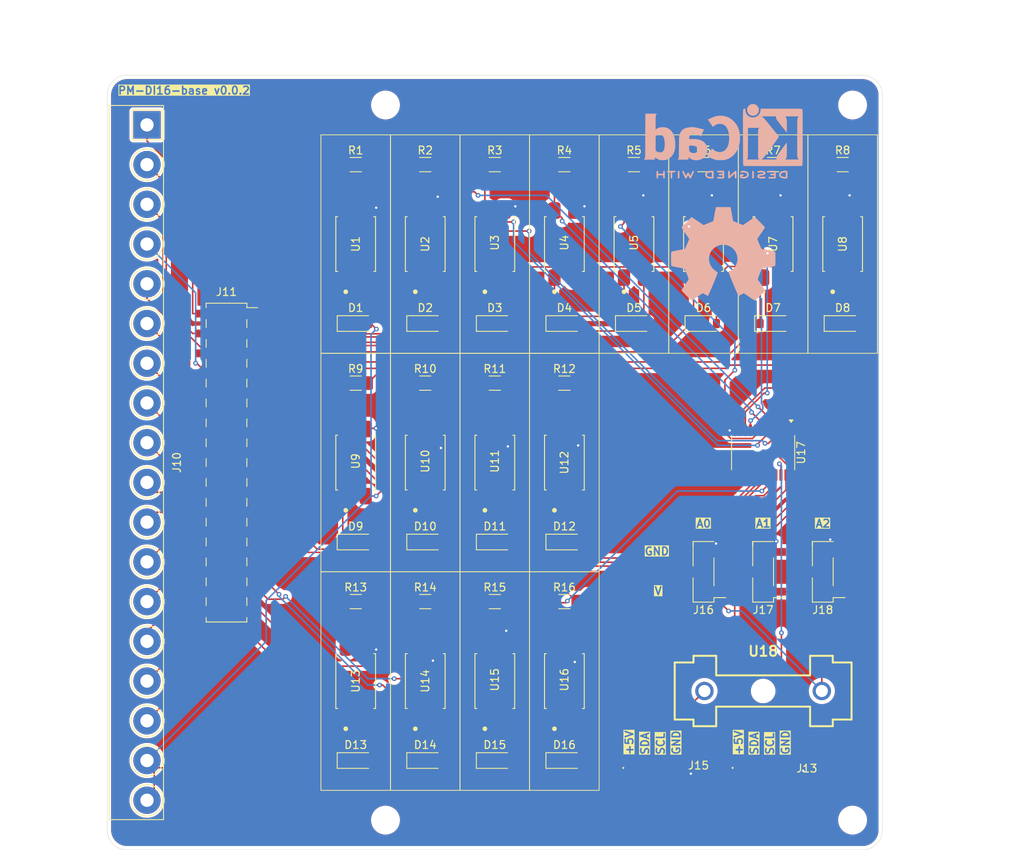
<source format=kicad_pcb>
(kicad_pcb (version 20240108) (generator "pcbnew") (generator_version "8.0")
  (layers (0 "F.Cu" signal) (31 "B.Cu" signal) (34 "B.Paste" user) (35 "F.Paste" user) (36 "B.SilkS" user "B.Silkscreen") (37 "F.SilkS" user "F.Silkscreen") (38 "B.Mask" user) (39 "F.Mask" user) (44 "Edge.Cuts" user))
  (net 0 "")
  (net 1 "GND")
  (net 2 "/M")
  (net 3 "VDD")
  (net 4 "/A0")
  (net 5 "/A1")
  (net 6 "/A2")
  (net 7 "Net-(U17-IO0_0)")
  (net 8 "Net-(U17-IO0_1)")
  (net 9 "Net-(U17-IO0_2)")
  (net 10 "Net-(U17-IO0_3)")
  (net 11 "Net-(U17-IO0_4)")
  (net 12 "Net-(U17-IO0_5)")
  (net 13 "Net-(U17-IO0_6)")
  (net 14 "Net-(U17-IO0_7)")
  (net 15 "Net-(U17-IO1_0)")
  (net 16 "Net-(U17-IO1_1)")
  (net 17 "Net-(U17-IO1_2)")
  (net 18 "Net-(U17-IO1_3)")
  (net 19 "Net-(U17-IO1_4)")
  (net 20 "Net-(U17-IO1_5)")
  (net 21 "Net-(U17-IO1_6)")
  (net 22 "Net-(U17-IO1_7)")
  (net 23 "/SCL")
  (net 25 "/SDA")
  (net 26 "Net-(D1-K)")
  (net 27 "Net-(D2-K)")
  (net 28 "Net-(D3-K)")
  (net 29 "Net-(D4-K)")
  (net 30 "Net-(D5-K)")
  (net 31 "Net-(D6-K)")
  (net 32 "Net-(D7-K)")
  (net 33 "Net-(D8-K)")
  (net 34 "Net-(D9-K)")
  (net 35 "Net-(D10-K)")
  (net 36 "Net-(D11-K)")
  (net 37 "Net-(D12-K)")
  (net 38 "Net-(D13-K)")
  (net 39 "Net-(D14-K)")
  (net 40 "Net-(D15-K)")
  (net 41 "Net-(D16-K)")
  (net 42 "Net-(J10-Pin_8)")
  (net 43 "Net-(J10-Pin_1)")
  (net 44 "Net-(J10-Pin_3)")
  (net 45 "Net-(J10-Pin_13)")
  (net 46 "Net-(J10-Pin_2)")
  (net 47 "Net-(J10-Pin_6)")
  (net 48 "Net-(J10-Pin_4)")
  (net 49 "Net-(J10-Pin_16)")
  (net 50 "Net-(J10-Pin_10)")
  (net 51 "Net-(J10-Pin_7)")
  (net 52 "Net-(J10-Pin_12)")
  (net 53 "Net-(J10-Pin_9)")
  (net 54 "Net-(J10-Pin_11)")
  (net 55 "Net-(J10-Pin_5)")
  (net 56 "Net-(J10-Pin_15)")
  (net 57 "Net-(J10-Pin_14)")
  (net 58 "Net-(J13-Pad1)")
  (footprint "Connector_PinHeader_2.54mm:PinHeader_1x03_P2.54mm_Vertical_SMD_Pin1Left" (layer "F.Cu") (at 177.8 114.3 180)
    (property "Reference" "J16")
    (property "Value" "Conn_01x03")
  )
  (footprint "Diode_SMD:D_SOD-123" (layer "F.Cu") (at 160.02 110.49)
    (property "Reference" "D12")
    (property "Value" "1N4148W")
  )
  (footprint "NextPCB:JST_S4B-PH-SM4-TB_JST_S4B-PH-SM4-TB" (layer "F.Cu") (at 185.42 140.97 180)
    (property "Reference" "J13")
    (property "Value" "S4B-PH-SM4-TB")
  )
  (footprint "NextPCB:PC817XI_SOIC254P975X460-4N" (layer "F.Cu") (at 133.35 128.27 90)
    (property "Reference" "U13")
    (property "Value" "PC817")
  )
  (footprint "Package_SO:TSSOP-24_4.4x7.8mm_P0.65mm" (layer "F.Cu") (at 185.42 99.06 -90)
    (property "Reference" "U17")
    (property "Value" "PCA9555PW")
  )
  (footprint "Diode_SMD:D_SOD-123" (layer "F.Cu") (at 151.13 138.43)
    (property "Reference" "D15")
    (property "Value" "1N4148W")
  )
  (footprint "Resistor_SMD:R_1206_3216Metric_Pad1.30x1.75mm_HandSolder" (layer "F.Cu") (at 151.13 90.17)
    (property "Reference" "R11")
    (property "Value" "10k 0.25W")
  )
  (footprint "Diode_SMD:D_SOD-123" (layer "F.Cu") (at 151.13 110.49)
    (property "Reference" "D11")
    (property "Value" "1N4148W")
  )
  (footprint "Diode_SMD:D_SOD-123" (layer "F.Cu") (at 142.24 138.43)
    (property "Reference" "D14")
    (property "Value" "1N4148W")
  )
  (footprint "Diode_SMD:D_SOD-123" (layer "F.Cu") (at 195.58 82.55)
    (property "Reference" "D8")
    (property "Value" "1N4148W")
  )
  (footprint "NextPCB:PC817XI_SOIC254P975X460-4N" (layer "F.Cu") (at 168.91 72.39 90)
    (property "Reference" "U5")
    (property "Value" "PC817")
  )
  (footprint "Resistor_SMD:R_1206_3216Metric_Pad1.30x1.75mm_HandSolder" (layer "F.Cu") (at 151.13 62.23)
    (property "Reference" "R3")
    (property "Value" "10k 0.25W")
  )
  (footprint "MountingHole:MountingHole_3.2mm_M3" (layer "F.Cu") (at 196.85 54.61)
    (property "Reference" "H2" (hide yes))
    (property "Value" "MountingHole" (hide yes))
  )
  (footprint "Resistor_SMD:R_1206_3216Metric_Pad1.30x1.75mm_HandSolder" (layer "F.Cu") (at 133.35 62.23)
    (property "Reference" "R1")
    (property "Value" "10k 0.25W")
  )
  (footprint "Diode_SMD:D_SOD-123" (layer "F.Cu") (at 142.24 110.49)
    (property "Reference" "D10")
    (property "Value" "1N4148W")
  )
  (footprint "NextPCB:PC817XI_SOIC254P975X460-4N" (layer "F.Cu") (at 160.02 72.39 90)
    (property "Reference" "U4")
    (property "Value" "PC817")
  )
  (footprint "Diode_SMD:D_SOD-123" (layer "F.Cu") (at 186.69 82.55)
    (property "Reference" "D7")
    (property "Value" "1N4148W")
  )
  (footprint "NextPCB:PC817XI_SOIC254P975X460-4N" (layer "F.Cu") (at 160.02 128.27 90)
    (property "Reference" "U16")
    (property "Value" "PC817")
  )
  (footprint "Diode_SMD:D_SOD-123" (layer "F.Cu") (at 133.35 82.55)
    (property "Reference" "D1")
    (property "Value" "1N4148W")
  )
  (footprint "NextPCB:Fuseholder" (layer "F.Cu") (at 185.42 129.54 180)
    (property "Reference" "U18")
    (property "Value" "64900001039" (hide yes))
  )
  (footprint "Resistor_SMD:R_1206_3216Metric_Pad1.30x1.75mm_HandSolder" (layer "F.Cu") (at 142.24 62.23)
    (property "Reference" "R2")
    (property "Value" "10k 0.25W")
  )
  (footprint "Resistor_SMD:R_1206_3216Metric_Pad1.30x1.75mm_HandSolder" (layer "F.Cu") (at 151.13 118.11)
    (property "Reference" "R15")
    (property "Value" "10k 0.25W")
  )
  (footprint "Diode_SMD:D_SOD-123" (layer "F.Cu") (at 133.35 138.43)
    (property "Reference" "D13")
    (property "Value" "1N4148W")
  )
  (footprint "NextPCB:PC817XI_SOIC254P975X460-4N" (layer "F.Cu") (at 142.24 128.27 90)
    (property "Reference" "U14")
    (property "Value" "PC817")
  )
  (footprint "NextPCB:PC817XI_SOIC254P975X460-4N" (layer "F.Cu") (at 186.69 72.39 90)
    (property "Reference" "U7")
    (property "Value" "PC817")
  )
  (footprint "NextPCB:PC817XI_SOIC254P975X460-4N" (layer "F.Cu") (at 142.24 100.33 90)
    (property "Reference" "U10")
    (property "Value" "PC817")
  )
  (footprint "Resistor_SMD:R_1206_3216Metric_Pad1.30x1.75mm_HandSolder" (layer "F.Cu") (at 160.02 90.17)
    (property "Reference" "R12")
    (property "Value" "10k 0.25W")
  )
  (footprint "NextPCB:JST_S4B-PH-SM4-TB_JST_S4B-PH-SM4-TB" (layer "F.Cu") (at 171.45 140.97 180)
    (property "Reference" "J15")
    (property "Value" "S4B-PH-SM4-TB")
  )
  (footprint "Connector_PinHeader_2.54mm:PinHeader_1x03_P2.54mm_Vertical_SMD_Pin1Left" (layer "F.Cu") (at 185.42 114.3 180)
    (property "Reference" "J17")
    (property "Value" "Conn_01x03")
  )
  (footprint "MountingHole:MountingHole_3.2mm_M3" (layer "F.Cu") (at 137.16 54.61)
    (property "Reference" "H1" (hide yes))
    (property "Value" "MountingHole" (hide yes))
  )
  (footprint "MountingHole:MountingHole_3.2mm_M3" (layer "F.Cu") (at 196.85 146.05)
    (property "Reference" "H3" (hide yes))
    (property "Value" "MountingHole" (hide yes))
  )
  (footprint "NextPCB:PC817XI_SOIC254P975X460-4N" (layer "F.Cu") (at 151.13 128.27 90)
    (property "Reference" "U15")
    (property "Value" "PC817")
  )
  (footprint "NextPCB:PC817XI_SOIC254P975X460-4N" (layer "F.Cu") (at 151.13 100.33 90)
    (property "Reference" "U11")
    (property "Value" "PC817")
  )
  (footprint "Diode_SMD:D_SOD-123" (layer "F.Cu") (at 160.02 82.55)
    (property "Reference" "D4")
    (property "Value" "1N4148W")
  )
  (footprint "Resistor_SMD:R_1206_3216Metric_Pad1.30x1.75mm_HandSolder" (layer "F.Cu") (at 168.91 62.23)
    (property "Reference" "R5")
    (property "Value" "10k 0.25W")
  )
  (footprint "NextPCB:PC817XI_SOIC254P975X460-4N" (layer "F.Cu") (at 133.35 72.39 90)
    (property "Reference" "U1")
    (property "Value" "PC817")
  )
  (footprint "Diode_SMD:D_SOD-123" (layer "F.Cu") (at 177.8 82.55)
    (property "Reference" "D6")
    (property "Value" "1N4148W")
  )
  (footprint "NextPCB:PC817XI_SOIC254P975X460-4N" (layer "F.Cu") (at 160.02 100.33 90)
    (property "Reference" "U12")
    (property "Value" "PC817")
  )
  (footprint "Resistor_SMD:R_1206_3216Metric_Pad1.30x1.75mm_HandSolder" (layer "F.Cu") (at 133.35 118.11)
    (property "Reference" "R13")
    (property "Value" "10k 0.25W")
  )
  (footprint "NextPCB:PC817XI_SOIC254P975X460-4N" (layer "F.Cu") (at 151.13 72.39 90)
    (property "Reference" "U3")
    (property "Value" "PC817")
  )
  (footprint "NextPCB:Degson_2EDGR-5.08-18P" (layer "F.Cu") (at 106.68 57.15 -90)
    (property "Reference" "J10")
    (property "Value" "2EDGR-5.08-18P")
  )
  (footprint "NextPCB:PC817XI_SOIC254P975X460-4N" (layer "F.Cu") (at 142.24 72.39 90)
    (property "Reference" "U2")
    (property "Value" "PC817")
  )
  (footprint "Resistor_SMD:R_1206_3216Metric_Pad1.30x1.75mm_HandSolder" (layer "F.Cu") (at 160.02 118.11)
    (property "Reference" "R16")
    (property "Value" "10k 0.25W")
  )
  (footprint "Connector_PinHeader_2.54mm:PinHeader_1x03_P2.54mm_Vertical_SMD_Pin1Left" (layer "F.Cu") (at 193.04 114.3 180)
    (property "Reference" "J18")
    (property "Value" "Conn_01x03")
  )
  (footprint "Resistor_SMD:R_1206_3216Metric_Pad1.30x1.75mm_HandSolder" (layer "F.Cu") (at 142.24 118.11)
    (property "Reference" "R14")
    (property "Value" "10k 0.25W")
  )
  (footprint "Resistor_SMD:R_1206_3216Metric_Pad1.30x1.75mm_HandSolder" (layer "F.Cu") (at 142.24 90.17)
    (property "Reference" "R10")
    (property "Value" "10k 0.25W")
  )
  (footprint "NextPCB:PC817XI_SOIC254P975X460-4N" (layer "F.Cu") (at 133.35 100.33 90)
    (property "Reference" "U9")
    (property "Value" "PC817")
  )
  (footprint "NextPCB:PC817XI_SOIC254P975X460-4N" (layer "F.Cu") (at 177.8 72.39 90)
    (property "Reference" "U6")
    (property "Value" "PC817")
  )
  (footprint "Resistor_SMD:R_1206_3216Metric_Pad1.30x1.75mm_HandSolder" (layer "F.Cu") (at 195.58 62.23)
    (property "Reference" "R8")
    (property "Value" "10k 0.25W")
  )
  (footprint "Diode_SMD:D_SOD-123" (layer "F.Cu") (at 168.91 82.55)
    (property "Reference" "D5")
    (property "Value" "1N4148W")
  )
  (footprint "MountingHole:MountingHole_3.2mm_M3" (layer "F.Cu") (at 137.16 146.05)
    (property "Reference" "H4" (hide yes))
    (property "Value" "MountingHole" (hide yes))
  )
  (footprint "Resistor_SMD:R_1206_3216Metric_Pad1.30x1.75mm_HandSolder" (layer "F.Cu") (at 177.8 62.23)
    (property "Reference" "R6")
    (property "Value" "10k 0.25W")
  )
  (footprint "Diode_SMD:D_SOD-123" (layer "F.Cu") (at 133.35 110.49)
    (property "Reference" "D9")
    (property "Value" "1N4148W")
  )
  (footprint "Resistor_SMD:R_1206_3216Metric_Pad1.30x1.75mm_HandSolder" (layer "F.Cu") (at 160.02 62.23)
    (property "Reference" "R4")
    (property "Value" "10k 0.25W")
  )
  (footprint "Resistor_SMD:R_1206_3216Metric_Pad1.30x1.75mm_HandSolder" (layer "F.Cu") (at 133.35 90.17)
    (property "Reference" "R9")
    (property "Value" "10k 0.25W")
  )
  (footprint "Diode_SMD:D_SOD-123" (layer "F.Cu") (at 151.13 82.55)
    (property "Reference" "D3")
    (property "Value" "1N4148W")
  )
  (footprint "Resistor_SMD:R_1206_3216Metric_Pad1.30x1.75mm_HandSolder" (layer "F.Cu") (at 186.69 62.23)
    (property "Reference" "R7")
    (property "Value" "10k 0.25W")
  )
  (footprint "Diode_SMD:D_SOD-123" (layer "F.Cu") (at 160.02 138.43)
    (property "Reference" "D16")
    (property "Value" "1N4148W")
  )
  (footprint "NextPCB:Conn_02x16_socket" (layer "F.Cu") (at 116.84 100.33)
    (property "Reference" "J11")
    (property "Value" "Conn_02x16_socket")
  )
  (footprint "NextPCB:PC817XI_SOIC254P975X460-4N" (layer "F.Cu") (at 195.58 72.39 90)
    (property "Reference" "U8")
    (property "Value" "PC817")
  )
  (footprint "Diode_SMD:D_SOD-123" (layer "F.Cu") (at 142.24 82.55)
    (property "Reference" "D2")
    (property "Value" "1N4148W")
  )
  (footprint "Symbol:OSHW-Symbol_13.4x12mm_SilkScreen" (layer "B.Cu") (at 180.34 73.66 180)
    (property "Reference" "logo_oshw" (hide yes))
    (property "Value" "OSHW-Symbol_13.4x12mm_SilkScreen" (hide yes))
  )
  (footprint "Symbol:KiCad-Logo2_8mm_SilkScreen" (layer "B.Cu") (at 180.34 58.42 180)
    (property "Reference" "logo_kicad" (hide yes))
    (property "Value" "KiCad-Logo2_8mm_SilkScreen" (hide yes))
  )
  (gr_rect (start 173.355 58.42) (end 182.245 86.36) (stroke (width 0.1)) (fill none) (layer "F.SilkS"))
  (gr_rect (start 128.905 86.36) (end 137.795 114.3) (stroke (width 0.1)) (fill none) (layer "F.SilkS"))
  (gr_rect (start 146.685 114.3) (end 155.575 142.24) (stroke (width 0.1)) (fill none) (layer "F.SilkS"))
  (gr_rect (start 146.685 58.42) (end 155.575 86.36) (stroke (width 0.1)) (fill none) (layer "F.SilkS"))
  (gr_rect (start 155.575 114.3) (end 164.465 142.24) (stroke (width 0.1)) (fill none) (layer "F.SilkS"))
  (gr_rect (start 191.135 58.42) (end 200.025 86.36) (stroke (width 0.1)) (fill none) (layer "F.SilkS"))
  (gr_rect (start 137.795 114.3) (end 146.685 142.24) (stroke (width 0.1)) (fill none) (layer "F.SilkS"))
  (gr_rect (start 128.905 114.3) (end 137.795 142.24) (stroke (width 0.1)) (fill none) (layer "F.SilkS"))
  (gr_rect (start 164.465 58.42) (end 173.355 86.36) (stroke (width 0.1)) (fill none) (layer "F.SilkS"))
  (gr_rect (start 128.905 58.42) (end 137.795 86.36) (stroke (width 0.1)) (fill none) (layer "F.SilkS"))
  (gr_rect (start 155.575 58.42) (end 164.465 86.36) (stroke (width 0.1)) (fill none) (layer "F.SilkS"))
  (gr_rect (start 137.795 86.36) (end 146.685 114.3) (stroke (width 0.1)) (fill none) (layer "F.SilkS"))
  (gr_rect (start 137.795 58.42) (end 146.685 86.36) (stroke (width 0.1)) (fill none) (layer "F.SilkS"))
  (gr_rect (start 182.245 58.42) (end 191.135 86.36) (stroke (width 0.1)) (fill none) (layer "F.SilkS"))
  (gr_rect (start 146.685 86.36) (end 155.575 114.3) (stroke (width 0.1)) (fill none) (layer "F.SilkS"))
  (gr_rect (start 155.575 86.36) (end 164.465 114.3) (stroke (width 0.1)) (fill none) (layer "F.SilkS"))
  (gr_arc (start 104.14 149.86) (mid 102.343949 149.116051) (end 101.6 147.32) (stroke (width 0.05)) (layer "Edge.Cuts"))
  (gr_arc (start 200.66 147.32) (mid 199.916051 149.116051) (end 198.12 149.86) (stroke (width 0.05)) (layer "Edge.Cuts"))
  (gr_arc (start 101.6 53.34) (mid 102.343949 51.543949) (end 104.14 50.8) (stroke (width 0.05)) (layer "Edge.Cuts"))
  (gr_line (start 198.12 149.86) (end 104.14 149.86) (stroke (width 0.05)) (layer "Edge.Cuts"))
  (gr_line (start 101.6 147.32) (end 101.6 53.34) (stroke (width 0.05)) (layer "Edge.Cuts"))
  (gr_arc (start 198.12 50.8) (mid 199.916051 51.543949) (end 200.66 53.34) (stroke (width 0.05)) (layer "Edge.Cuts"))
  (gr_line (start 104.14 50.8) (end 198.12 50.8) (stroke (width 0.05)) (layer "Edge.Cuts"))
  (gr_line (start 200.66 53.34) (end 200.66 147.32) (stroke (width 0.05)) (layer "Edge.Cuts"))
  (gr_text "SDA" (at 170.908133 137.795 90) (layer "F.SilkS" knockout) (effects (font (size 1 1) (thickness 0.2) (bold yes)) (justify left bottom)))
  (gr_text "SCL" (at 172.906266 137.795 90) (layer "F.SilkS" knockout) (effects (font (size 1 1) (thickness 0.2) (bold yes)) (justify left bottom)))
  (gr_text "A0" (at 176.784 108.712 0) (layer "F.SilkS" knockout) (effects (font (size 1 1) (thickness 0.2) (bold yes)) (justify left bottom)))
  (gr_text "A1" (at 184.404 108.712 0) (layer "F.SilkS" knockout) (effects (font (size 1 1) (thickness 0.2) (bold yes)) (justify left bottom)))
  (gr_text "+5V" (at 168.91 137.795 90) (layer "F.SilkS" knockout) (effects (font (size 1 1) (thickness 0.2) (bold yes)) (justify left bottom)))
  (gr_text "SDA" (at 184.878133 137.795 90) (layer "F.SilkS" knockout) (effects (font (size 1 1) (thickness 0.2) (bold yes)) (justify left bottom)))
  (gr_text "GND" (at 188.874399 137.795 90) (layer "F.SilkS" knockout) (effects (font (size 1 1) (thickness 0.2) (bold yes)) (justify left bottom)))
  (gr_text "SCL" (at 186.876266 137.795 90) (layer "F.SilkS" knockout) (effects (font (size 1 1) (thickness 0.2) (bold yes)) (justify left bottom)))
  (gr_text "GND" (at 174.904399 137.795 90) (layer "F.SilkS" knockout) (effects (font (size 1 1) (thickness 0.2) (bold yes)) (justify left bottom)))
  (gr_text "V" (at 171.45 117.348 0) (layer "F.SilkS" knockout) (effects (font (size 1 1) (thickness 0.2) (bold yes)) (justify left bottom)))
  (gr_text "GND\n" (at 170.18 112.268 0) (layer "F.SilkS" knockout) (effects (font (size 1 1) (thickness 0.2) (bold yes)) (justify left bottom)))
  (gr_text "+5V" (at 182.88 137.795 90) (layer "F.SilkS" knockout) (effects (font (size 1 1) (thickness 0.2) (bold yes)) (justify left bottom)))
  (gr_text "A2" (at 192.024 108.712 0) (layer "F.SilkS" knockout) (effects (font (size 1 1) (thickness 0.2) (bold yes)) (justify left bottom)))
  (gr_text "PM-DI16-base v0.0.2" (at 102.87 53.34 0) (layer "F.SilkS" knockout) (effects (font (size 1 1) (thickness 0.2) (bold yes)) (justify left bottom)))
  (segment (start 135.9703 67.7426) (end 134.9774 67.7426) (width 0.2) (layer "F.Cu") (net 1))
  (segment (start 179.4068 110.6863) (end 179.455 110.7345) (width 0.2) (layer "F.Cu") (net 1))
  (segment (start 170.18 66.2357) (end 170.18 68.1) (width 0.2) (layer "F.Cu") (net 1))
  (segment (start 176.1785 140.1099) (end 175.3101 140.1099) (width 0.2) (layer "F.Cu") (net 1))
  (segment (start 161.29 125.7654) (end 161.29 123.98) (width 0.2) (layer "F.Cu") (net 1))
  (segment (start 152.4 122.0305) (end 152.4 123.98) (width 0.2) (layer "F.Cu") (net 1))
  (segment (start 161.8322 67.5578) (end 161.29 68.1) (width 0.2) (layer "F.Cu") (net 1))
  (segment (start 196.85 66.544) (end 196.85 68.1) (width 0.2) (layer "F.Cu") (net 1))
  (segment (start 170.1083 66.164) (end 170.18 66.2357) (width 0.2) (layer "F.Cu") (net 1))
  (segment (start 196.47 66.164) (end 196.85 66.544) (width 0.2) (layer "F.Cu") (net 1))
  (segment (start 162.5879 67.5578) (end 161.8322 67.5578) (width 0.2) (layer "F.Cu") (net 1))
  (segment (start 135.9385 95.9492) (end 134.7108 95.9492) (width 0.2) (layer "F.Cu") (net 1))
  (segment (start 161.7782 98.1387) (end 161.29 97.6505) (width 0.2) (layer "F.Cu") (net 1))
  (segment (start 179.455 110.7345) (end 179.455 111.76) (width 0.2) (layer "F.Cu") (net 1))
  (segment (start 187.6458 66.164) (end 187.96 66.4782) (width 0.2) (layer "F.Cu") (net 1))
  (segment (start 187.0882 110.4025) (end 187.075 110.4157) (width 0.2) (layer "F.Cu") (net 1))
  (segment (start 175.3101 140.1099) (end 174.45 140.97) (width 0.2) (layer "F.Cu") (net 1))
  (segment (start 187.075 110.4157) (end 187.075 111.76) (width 0.2) (layer "F.Cu") (net 1))
  (segment (start 134.7108 95.9492) (end 134.62 96.04) (width 0.2) (layer "F.Cu") (net 1))
  (segment (start 143.51 125.3604) (end 143.51 123.98) (width 0.2) (layer "F.Cu") (net 1))
  (segment (start 143.8328 66.341) (end 143.51 66.6638) (width 0.2) (layer "F.Cu") (net 1))
  (segment (start 134.8802 124.2402) (end 135.9703 124.2402) (width 0.2) (layer "F.Cu") (net 1))
  (segment (start 144.238 98.4635) (end 143.51 97.7355) (width 0.2) (layer "F.Cu") (net 1))
  (segment (start 143.51 66.6638) (end 143.51 68.1) (width 0.2) (layer "F.Cu") (net 1))
  (segment (start 179.07 66.3672) (end 179.07 68.1) (width 0.2) (layer "F.Cu") (net 1))
  (segment (start 134.62 123.98) (end 134.8802 124.2402) (width 0.2) (layer "F.Cu") (net 1))
  (segment (start 161.29 97.6505) (end 161.29 96.04) (width 0.2) (layer "F.Cu") (net 1))
  (segment (start 152.7941 98.2632) (end 152.4 97.8691) (width 0.2) (layer "F.Cu") (net 1))
  (segment (start 181.8213 96.2212) (end 181.845 96.1975) (width 0.2) (layer "F.Cu") (net 1))
  (segment (start 143.2159 125.6545) (end 143.51 125.3604) (width 0.2) (layer "F.Cu") (net 1))
  (segment (start 190.5448 139.7417) (end 189.7214 138.9183) (width 0.2) (layer "F.Cu") (net 1))
  (segment (start 189.7214 138.9183) (end 188.42 138.9183) (width 0.2) (layer "F.Cu") (net 1))
  (segment (start 161.3498 125.8252) (end 161.29 125.7654) (width 0.2) (layer "F.Cu") (net 1))
  (segment (start 152.5913 121.8392) (end 152.4 122.0305) (width 0.2) (layer "F.Cu") (net 1))
  (segment (start 193.9955 110.1735) (end 194.695 110.873) (width 0.2) (layer "F.Cu") (net 1))
  (segment (start 152.4 97.8691) (end 152.4 96.04) (width 0.2) (layer "F.Cu") (net 1))
  (segment (start 187.96 66.4782) (end 187.96 68.1) (width 0.2) (layer "F.Cu") (net 1))
  (segment (start 152.9326 67.5674) (end 152.4 68.1) (width 0.2) (layer "F.Cu") (net 1))
  (segment (start 153.7534 67.5674) (end 152.9326 67.5674) (width 0.2) (layer "F.Cu") (net 1))
  (segment (start 181.1424 96.2212) (end 181.8213 96.2212) (width 0.2) (layer "F.Cu") (net 1))
  (segment (start 143.51 97.7355) (end 143.51 96.04) (width 0.2) (layer "F.Cu") (net 1))
  (segment (start 134.9774 67.7426) (end 134.62 68.1) (width 0.2) (layer "F.Cu") (net 1))
  (segment (start 188.42 140.97) (end 188.42 138.9183) (width 0.2) (layer "F.Cu") (net 1))
  (segment (start 178.8668 66.164) (end 179.07 66.3672) (width 0.2) (layer "F.Cu") (net 1))
  (segment (start 194.695 110.873) (end 194.695 111.76) (width 0.2) (layer "F.Cu") (net 1))
  (via (at 135.9703 67.7426) (size 0.6) (drill 0.3) (layers "F.Cu" "B.Cu") (net 1))
  (via (at 144.238 98.4635) (size 0.6) (drill 0.3) (layers "F.Cu" "B.Cu") (net 1))
  (via (at 176.1785 140.1099) (size 0.6) (drill 0.3) (layers "F.Cu" "B.Cu") (net 1))
  (via (at 162.5879 67.5578) (size 0.6) (drill 0.3) (layers "F.Cu" "B.Cu") (net 1))
  (via (at 187.0882 110.4025) (size 0.6) (drill 0.3) (layers "F.Cu" "B.Cu") (net 1))
  (via (at 135.9385 95.9492) (size 0.6) (drill 0.3) (layers "F.Cu" "B.Cu") (net 1))
  (via (at 190.5448 139.7417) (size 0.6) (drill 0.3) (layers "F.Cu" "B.Cu") (net 1))
  (via (at 152.7941 98.2632) (size 0.6) (drill 0.3) (layers "F.Cu" "B.Cu") (net 1))
  (via (at 196.47 66.164) (size 0.6) (drill 0.3) (layers "F.Cu" "B.Cu") (net 1))
  (via (at 161.7782 98.1387) (size 0.6) (drill 0.3) (layers "F.Cu" "B.Cu") (net 1))
  (via (at 143.8328 66.341) (size 0.6) (drill 0.3) (layers "F.Cu" "B.Cu") (net 1))
  (via (at 153.7534 67.5674) (size 0.6) (drill 0.3) (layers "F.Cu" "B.Cu") (net 1))
  (via (at 181.1424 96.2212) (size 0.6) (drill 0.3) (layers "F.Cu" "B.Cu") (net 1))
  (via (at 135.9703 124.2402) (size 0.6) (drill 0.3) (layers "F.Cu" "B.Cu") (net 1))
  (via (at 193.9955 110.1735) (size 0.6) (drill 0.3) (layers "F.Cu" "B.Cu") (net 1))
  (via (at 179.4068 110.6863) (size 0.6) (drill 0.3) (layers "F.Cu" "B.Cu") (net 1))
  (via (at 170.1083 66.164) (size 0.6) (drill 0.3) (layers "F.Cu" "B.Cu") (net 1))
  (via (at 187.6458 66.164) (size 0.6) (drill 0.3) (layers "F.Cu" "B.Cu") (net 1))
  (via (at 143.2159 125.6545) (size 0.6) (drill 0.3) (layers "F.Cu" "B.Cu") (net 1))
  (via (at 152.5913 121.8392) (size 0.6) (drill 0.3) (layers "F.Cu" "B.Cu") (net 1))
  (via (at 178.8668 66.164) (size 0.6) (drill 0.3) (layers "F.Cu" "B.Cu") (net 1))
  (via (at 161.3498 125.8252) (size 0.6) (drill 0.3) (layers "F.Cu" "B.Cu") (net 1))
  (segment (start 135 77.06) (end 134.62 76.68) (width 0.2) (layer "F.Cu") (net 2))
  (segment (start 143.89 76.68) (end 143.51 76.68) (width 0.2) (layer "F.Cu") (net 2))
  (segment (start 135.9703 104.6033) (end 137.3223 103.2513) (width 0.2) (layer "F.Cu") (net 2))
  (segment (start 180.871 75.259) (end 186.539 75.259) (width 0.2) (layer "F.Cu") (net 2))
  (segment (start 136.7587 75.3013) (end 135 77.06) (width 0.2) (layer "F.Cu") (net 2))
  (segment (start 142.9874 139.3326) (end 143.89 138.43) (width 0.2) (layer "F.Cu") (net 2))
  (segment (start 196.85 76.68) (end 196.85 82.17) (width 0.2) (layer "F.Cu") (net 2))
  (segment (start 168.8444 83.5056) (end 162.6256 83.5056) (width 0.2) (layer "F.Cu") (net 2))
  (segment (start 142.2161 111.4039) (end 135.9139 111.4039) (width 0.2) (layer "F.Cu") (net 2))
  (segment (start 160.7364 139.3636) (end 153.7136 139.3636) (width 0.2) (layer "F.Cu") (net 2))
  (segment (start 145.3023 75.2677) (end 143.89 76.68) (width 0.2) (layer "F.Cu") (net 2))
  (segment (start 170.18 82.17) (end 168.8444 83.5056) (width 0.2) (layer "F.Cu") (net 2))
  (segment (start 143.51 110.11) (end 142.2161 111.4039) (width 0.2) (layer "F.Cu") (net 2))
  (segment (start 134.6367 104.6033) (end 135.9703 104.6033) (width 0.2) (layer "F.Cu") (net 2))
  (segment (start 168.8118 75.3118) (end 170.18 76.68) (width 0.2) (layer "F.Cu") (net 2))
  (segment (start 135 82.55) (end 135 77.06) (width 0.2) (layer "F.Cu") (net 2))
  (segment (start 161.29 104.62) (end 161.29 110.11) (width 0.2) (layer "F.Cu") (net 2))
  (segment (start 150.9877 75.2677) (end 145.3023 75.2677) (width 0.2) (layer "F.Cu") (net 2))
  (segment (start 188.34 76.68) (end 189.7096 75.3104) (width 0.2) (layer "F.Cu") (net 2))
  (segment (start 159.9218 75.3118) (end 161.29 76.68) (width 0.2) (layer "F.Cu") (net 2))
  (segment (start 107.6046 139.3546) (end 134.0754 139.3546) (width 0.2) (layer "F.Cu") (net 2))
  (segment (start 152.4 138.43) (end 151.4974 139.3326) (width 0.2) (layer "F.Cu") (net 2))
  (segment (start 143.51 76.68) (end 142.1313 75.3013) (width 0.2) (layer "F.Cu") (net 2))
  (segment (start 144.7926 139.3326) (end 143.89 138.43) (width 0.2) (layer "F.Cu") (net 2))
  (segment (start 153.7136 139.3636) (end 152.78 138.43) (width 0.2) (layer "F.Cu") (net 2))
  (segment (start 179.07 76.68) (end 179.45 76.68) (width 0.2) (layer "F.Cu") (net 2))
  (segment (start 152.4 76.68) (end 150.9877 75.2677) (width 0.2) (layer "F.Cu") (net 2))
  (segment (start 161.29 104.62) (end 159.9218 103.2518) (width 0.2) (layer "F.Cu") (net 2))
  (segment (start 151.0318 103.2518) (end 152.4 104.62) (width 0.2) (layer "F.Cu") (net 2))
  (segment (start 153.7682 103.2518) (end 152.4 104.62) (width 0.2) (layer "F.Cu") (net 2))
  (segment (start 106.68 138.43) (end 107.6046 139.3546) (width 0.2) (layer "F.Cu") (net 2))
  (segment (start 152.4 76.68) (end 152.78 77.06) (width 0.2) (layer "F.Cu") (net 2))
  (segment (start 142.1413 103.2513) (end 143.51 104.62) (width 0.2) (layer "F.Cu") (net 2))
  (segment (start 152.4 138.43) (end 152.4 132.56) (width 0.2) (layer "F.Cu") (net 2))
  (segment (start 134.62 104.62) (end 134.6367 104.6033) (width 0.2) (layer "F.Cu") (net 2))
  (segment (start 135.2831 82.55) (end 135.9925 83.2594) (width 0.2) (layer "F.Cu") (net 2))
  (segment (start 137.3223 103.2513) (end 142.1413 103.2513) (width 0.2) (layer "F.Cu") (net 2))
  (segment (start 106.68 143.51) (end 107.6046 142.5854) (width 0.2) (layer "F.Cu") (net 2))
  (segment (start 134.62 138.05) (end 135 138.43) (width 0.2) (layer "F.Cu") (net 2))
  (segment (start 161.29 132.56) (end 161.29 138.05) (width 0.2) (layer "F.Cu") (net 2))
  (segment (start 152.78 77.06) (end 152.78 82.55) (width 0.2) (layer "F.Cu") (net 2))
  (segment (start 143.51 104.62) (end 143.51 110.11) (width 0.2) (layer "F.Cu") (net 2))
  (segment (start 177.7016 75.3116) (end 171.5484 75.3116) (width 0.2) (layer "F.Cu") (net 2))
  (segment (start 152.4 104.62) (end 152.4 110.11) (width 0.2) (layer "F.Cu") (net 2))
  (segment (start 151.4974 139.3326) (end 144.7926 139.3326) (width 0.2) (layer "F.Cu") (net 2))
  (segment (start 107.6046 142.5854) (end 107.6046 139.3546) (width 0.2) (layer "F.Cu") (net 2))
  (segment (start 135 82.55) (end 135.2831 82.55) (width 0.2) (layer "F.Cu") (net 2))
  (segment (start 196.85 82.17) (end 197.23 82.55) (width 0.2) (layer "F.Cu") (net 2))
  (segment (start 171.5484 75.3116) (end 170.18 76.68) (width 0.2) (layer "F.Cu") (net 2))
  (segment (start 134.62 132.56) (end 134.62 138.05) (width 0.2) (layer "F.Cu") (net 2))
  (segment (start 161.29 110.11) (end 161.67 110.49) (width 0.2) (layer "F.Cu") (net 2))
  (segment (start 188.34 76.68) (end 188.34 82.55) (width 0.2) (layer "F.Cu") (net 2))
  (segment (start 170.18 82.17) (end 170.56 82.55) (width 0.2) (layer "F.Cu") (net 2))
  (segment (start 152.78 77.06) (end 154.5282 75.3118) (width 0.2) (layer "F.Cu") (net 2))
  (segment (start 152.4 138.43) (end 152.78 138.43) (width 0.2) (layer "F.Cu") (net 2))
  (segment (start 159.9218 103.2518) (end 153.7682 103.2518) (width 0.2) (layer "F.Cu") (net 2))
  (segment (start 154.5282 75.3118) (end 159.9218 75.3118) (width 0.2) (layer "F.Cu") (net 2))
  (segment (start 170.18 76.68) (end 170.18 82.17) (width 0.2) (layer "F.Cu") (net 2))
  (segment (start 195.4804 75.3104) (end 196.85 76.68) (width 0.2) (layer "F.Cu") (net 2))
  (segment (start 142.1313 75.3013) (end 136.7587 75.3013) (width 0.2) (layer "F.Cu") (net 2))
  (segment (start 143.89 76.68) (end 143.89 82.55) (width 0.2) (layer "F.Cu") (net 2))
  (segment (start 162.6582 75.3118) (end 168.8118 75.3118) (width 0.2) (layer "F.Cu") (net 2))
  (segment (start 143.89 138.43) (end 143.51 138.05) (width 0.2) (layer "F.Cu") (net 2))
  (segment (start 152.4 110.11) (end 152.78 110.49) (width 0.2) (layer "F.Cu") (net 2))
  (segment (start 189.7096 75.3104) (end 195.4804 75.3104) (width 0.2) (layer "F.Cu") (net 2))
  (segment (start 143.51 110.11) (end 143.89 110.49) (width 0.2) (layer "F.Cu") (net 2))
  (segment (start 161.29 138.05) (end 161.67 138.43) (width 0.2) (layer "F.Cu") (net 2))
  (segment (start 179.07 76.68) (end 177.7016 75.3116) (width 0.2) (layer "F.Cu") (net 2))
  (segment (start 161.67 138.43) (end 160.7364 139.3636) (width 0.2) (layer "F.Cu") (net 2))
  (segment (start 187.96 76.68) (end 188.34 76.68) (width 0.2) (layer "F.Cu") (net 2))
  (segment (start 134.0754 139.3546) (end 135 138.43) (width 0.2) (layer "F.Cu") (net 2))
  (segment (start 144.8782 103.2518) (end 151.0318 103.2518) (width 0.2) (layer "F.Cu") (net 2))
  (segment (start 135 138.43) (end 135.9026 139.3326) (width 0.2) (layer "F.Cu") (net 2))
  (segment (start 179.45 76.68) (end 179.45 82.55) (width 0.2) (layer "F.Cu") (net 2))
  (segment (start 186.539 75.259) (end 187.96 76.68) (width 0.2) (layer "F.Cu") (net 2))
  (segment (start 179.45 76.68) (end 180.871 75.259) (width 0.2) (layer "F.Cu") (net 2))
  (segment (start 162.6256 83.5056) (end 161.67 82.55) (width 0.2) (layer "F.Cu") (net 2))
  (segment (start 161.29 76.68) (end 162.6582 75.3118) (width 0.2) (layer "F.Cu") (net 2))
  (segment (start 143.51 138.05) (end 143.51 132.56) (width 0.2) (layer "F.Cu") (net 2))
  (segment (start 143.51 104.62) (end 144.8782 103.2518) (width 0.2) (layer "F.Cu") (net 2))
  (segment (start 135.9139 111.4039) (end 135 110.49) (width 0.2) (layer "F.Cu") (net 2))
  (segment (start 135.9026 139.3326) (end 142.9874 139.3326) (width 0.2) (layer "F.Cu") (net 2))
  (via (at 135.9703 104.6033) (size 0.6) (drill 0.3) (layers "F.Cu" "B.Cu") (net 2))
  (via (at 135.9925 83.2594) (size 0.6) (drill 0.3) (layers "F.Cu" "B.Cu") (net 2))
  (segment (start 135.9925 83.2594) (end 135.3124 83.9395) (width 0.2) (layer "B.Cu") (net 2))
  (segment (start 135.3124 104.6033) (end 135.2789 104.6033) (width 0.2) (layer "B.Cu") (net 2))
  (segment (start 135.3124 104.6033) (end 135.9703 104.6033) (width 0.2) (layer "B.Cu") (net 2))
  (segment (start 121.9077 117.9745) (end 121.9077 123.2023) (width 0.2) (layer "B.Cu") (net 2))
  (segment (start 135.2789 104.6033) (end 121.9077 117.9745) (width 0.2) (layer "B.Cu") (net 2))
  (segment (start 121.9077 123.2023) (end 106.68 138.43) (width 0.2) (layer "B.Cu") (net 2))
  (segment (start 135.3124 83.9395) (end 135.3124 104.6033) (width 0.2) (layer "B.Cu") (net 2))
  (segment (start 134.9 90.17) (end 136.0777 88.9923) (width 0.2) (layer "F.Cu") (net 3))
  (segment (start 179.35 62.23) (end 178.1723 61.0523) (width 0.2) (layer "F.Cu") (net 3))
  (segment (start 144.9677 61.0523) (end 151.5023 61.0523) (width 0.2) (layer "F.Cu") (net 3))
  (segment (start 136.0783 61.0517) (end 142.6117 61.0517) (width 0.2) (layer "F.Cu") (net 3))
  (segment (start 192.92 117.2408) (end 193.1383 117.0225) (width 0.2) (layer "F.Cu") (net 3))
  (segment (start 188.995 105.533) (end 188.995 101.9225) (width 0.2) (layer "F.Cu") (net 3))
  (segment (start 152.68 118.11) (end 151.13 119.66) (width 0.2) (layer "F.Cu") (net 3))
  (segment (start 141.687 125.373) (end 140.2469 125.373) (width 0.2) (layer "F.Cu") (net 3))
  (segment (start 186.9125 99.0525) (end 170.4525 99.0525) (width 0.2) (layer "F.Cu") (net 3))
  (segment (start 192.92 117.2408) (end 189.0325 117.2408) (width 0.2) (layer "F.Cu") (net 3))
  (segment (start 195.9443 61.0443) (end 197.13 62.23) (width 0.2) (layer "F.Cu") (net 3))
  (segment (start 160.3923 88.9923) (end 153.8577 88.9923) (width 0.2) (layer "F.Cu") (net 3))
  (segment (start 142.6117 61.0517) (end 143.79 62.23) (width 0.2) (layer "F.Cu") (net 3))
  (segment (start 160.3923 61.0523) (end 153.8577 61.0523) (width 0.2) (layer "F.Cu") (net 3))
  (segment (start 181.0066 119.3052) (end 179.455 117.7536) (width 0.2) (layer "F.Cu") (net 3))
  (segment (start 171.6377 61.0523) (end 170.46 62.23) (width 0.2) (layer "F.Cu") (net 3))
  (segment (start 178.1723 61.0523) (end 171.6377 61.0523) (width 0.2) (layer "F.Cu") (net 3))
  (segment (start 170.46 62.23) (end 169.2823 61.0523) (width 0.2) (layer "F.Cu") (net 3))
  (segment (start 161.57 62.23) (end 160.3923 61.0523) (width 0.2) (layer "F.Cu") (net 3))
  (segment (start 197.13 62.23) (end 198.4138 63.5138) (width 0.2) (layer "F.Cu") (net 3))
  (segment (start 151.13 119.66) (end 151.13 124.8245) (width 0.2) (layer "F.Cu") (net 3))
  (segment (start 188.24 62.23) (end 189.4257 61.0443) (width 0.2) (layer "F.Cu") (net 3))
  (segment (start 142.8155 122.6118) (end 142.2309 123.1964) (width 0.2) (layer "F.Cu") (net 3))
  (segment (start 142.2309 124.8291) (end 141.687 125.373) (width 0.2) (layer "F.Cu") (net 3))
  (segment (start 162.7477 61.0523) (end 161.57 62.23) (width 0.2) (layer "F.Cu") (net 3))
  (segment (start 179.455 117.7536) (end 179.455 116.84) (width 0.2) (layer "F.Cu") (net 3))
  (segment (start 142.2309 123.1964) (end 142.2309 124.8291) (width 0.2) (layer "F.Cu") (net 3))
  (segment (start 143.79 118.11) (end 143.79 122.6118) (width 0.2) (layer "F.Cu") (net 3))
  (segment (start 140.2469 125.373) (end 134.9 120.0261) (width 0.2) (layer "F.Cu") (net 3))
  (segment (start 194.695 116.84) (end 193.1383 116.84) (width 0.2) (layer "F.Cu") (net 3))
  (segment (start 194.695 116.84) (end 194.695 116.0383) (width 0.2) (layer "F.Cu") (net 3))
  (segment (start 146.3757 122.6118) (end 143.79 122.6118) (width 0.2) (layer "F.Cu") (net 3))
  (segment (start 153.8577 88.9923) (end 152.68 90.17) (width 0.2) (layer "F.Cu") (net 3))
  (segment (start 187.0623 61.0523) (end 180.5277 61.0523) (width 0.2) (layer "F.Cu") (net 3))
  (segment (start 182.1978 112.3302) (end 188.995 105.533) (width 0.2) (layer "F.Cu") (net 3))
  (segment (start 153.8626 116.9274) (end 152.68 118.11) (width 0.2) (layer "F.Cu") (net 3))
  (segment (start 180.5277 61.0523) (end 179.35 62.23) (width 0.2) (layer "F.Cu") (net 3))
  (segment (start 143.79 122.6118) (end 142.8155 122.6118) (width 0.2) (layer "F.Cu") (net 3))
  (segment (start 143.79 62.23) (end 144.9677 61.0523) (width 0.2) (layer "F.Cu") (net 3))
  (segment (start 183.6979 116.4391) (end 182.1978 114.939) (width 0.2) (layer "F.Cu") (net 3))
  (segment (start 187.075 116.4391) (end 183.6979 116.4391) (width 0.2) (layer "F.Cu") (net 3))
  (segment (start 144.9677 88.9923) (end 143.79 90.17) (width 0.2) (layer "F.Cu") (net 3))
  (segment (start 153.8577 61.0523) (end 152.68 62.23) (width 0.2) (layer "F.Cu") (net 3))
  (segment (start 198.4138 112.3195) (end 194.695 116.0383) (width 0.2) (layer "F.Cu") (net 3))
  (segment (start 179.455 116.84) (end 177.8983 116.84) (width 0.2) (layer "F.Cu") (net 3))
  (segment (start 188.995 101.135) (end 186.9125 99.0525) (width 0.2) (layer "F.Cu") (net 3))
  (segment (start 161.57 118.11) (end 162.84 116.84) (width 0.2) (layer "F.Cu") (net 3))
  (segment (start 170.4525 99.0525) (end 161.57 90.17) (width 0.2) (layer "F.Cu") (net 3))
  (segment (start 151.5023 88.9923) (end 144.9677 88.9923) (width 0.2) (layer "F.Cu") (net 3))
  (segment (start 151.13 124.8245) (end 150.5835 125.371) (width 0.2) (layer "F.Cu") (net 3))
  (segment (start 152.68 90.17) (end 151.5023 88.9923) (width 0.2) (layer "F.Cu") (net 3))
  (segment (start 151.5023 61.0523) (end 152.68 62.23) (width 0.2) (layer "F.Cu") (net 3))
  (segment (start 162.84 116.84) (end 177.8983 116.84) (width 0.2) (layer "F.Cu") (net 3))
  (segment (start 189.0325 117.2408) (end 188.6317 116.84) (width 0.2) (layer "F.Cu") (net 3))
  (segment (start 161.57 118.11) (end 160.3874 116.9274) (width 0.2) (layer "F.Cu") (net 3))
  (segment (start 193.1383 117.0225) (end 193.1383 116.84) (width 0.2) (layer "F.Cu") (net 3))
  (segment (start 161.57 90.17) (end 160.3923 88.9923) (width 0.2) (layer "F.Cu") (net 3))
  (segment (start 142.6123 88.9923) (end 143.79 90.17) (width 0.2) (layer "F.Cu") (net 3))
  (segment (start 149.1349 125.371) (end 146.3757 122.6118) (width 0.2) (layer "F.Cu") (net 3))
  (segment (start 150.5835 125.371) (end 149.1349 125.371) (width 0.2) (layer "F.Cu") (net 3))
  (segment (start 134.9 62.23) (end 136.0783 61.0517) (width 0.2) (layer "F.Cu") (net 3))
  (segment (start 187.075 116.84) (end 187.075 116.4391) (width 0.2) (layer "F.Cu") (net 3))
  (segment (start 169.2823 61.0523) (end 162.7477 61.0523) (width 0.2) (layer "F.Cu") (net 3))
  (segment (start 192.92 129.54) (end 192.92 117.2408) (width 0.2) (layer "F.Cu") (net 3))
  (segment (start 198.4138 63.5138) (end 198.4138 112.3195) (width 0.2) (layer "F.Cu") (net 3))
  (segment (start 188.24 62.23) (end 187.0623 61.0523) (width 0.2) (layer "F.Cu") (net 3))
  (segment (start 187.075 116.84) (end 188.6317 116.84) (width 0.2) (layer "F.Cu") (net 3))
  (segment (start 134.9 120.0261) (end 134.9 118.11) (width 0.2) (layer "F.Cu") (net 3))
  (segment (start 189.4257 61.0443) (end 195.9443 61.0443) (width 0.2) (layer "F.Cu") (net 3))
  (segment (start 188.995 101.9225) (end 188.995 101.135) (width 0.2) (layer "F.Cu") (net 3))
  (segment (start 160.3874 116.9274) (end 153.8626 116.9274) (width 0.2) (layer "F.Cu") (net 3))
  (segment (start 136.0777 88.9923) (end 142.6123 88.9923) (width 0.2) (layer "F.Cu") (net 3))
  (segment (start 182.1978 114.939) (end 182.1978 112.3302) (width 0.2) (layer "F.Cu") (net 3))
  (via (at 181.0066 119.3052) (size 0.6) (drill 0.3) (layers "F.Cu" "B.Cu") (net 3))
  (segment (start 192.92 129.54) (end 182.6852 119.3052) (width 0.2) (layer "B.Cu") (net 3))
  (segment (start 182.6852 119.3052) (end 181.0066 119.3052) (width 0.2) (layer "B.Cu") (net 3))
  (segment (start 184.4634 104.5693) (end 185.5091 104.5693) (width 0.2) (layer "F.Cu") (net 4))
  (segment (start 187.045 103.0334) (end 187.045 101.9225) (width 0.2) (layer "F.Cu") (net 4))
  (segment (start 176.145 112.8877) (end 184.4634 104.5693) (width 0.2) (layer "F.Cu") (net 4))
  (segment (start 176.145 114.3) (end 176.145 112.8877) (width 0.2) (layer "F.Cu") (net 4))
  (segment (start 185.5091 104.5693) (end 187.045 103.0334) (width 0.2) (layer "F.Cu") (net 4))
  (segment (start 189.5123 106.0569) (end 189.5123 99.8746) (width 0.2) (layer "F.Cu") (net 5))
  (segment (start 183.765 114.3) (end 183.765 111.8042) (width 0.2) (layer "F.Cu") (net 5))
  (segment (start 189.5123 99.8746) (end 188.345 98.7073) (width 0.2) (layer "F.Cu") (net 5))
  (segment (start 183.765 111.8042) (end 189.5123 106.0569) (width 0.2) (layer "F.Cu") (net 5))
  (segment (start 188.345 98.7073) (end 188.345 96.1975) (width 0.2) (layer "F.Cu") (net 5))
  (segment (start 187.695 95.541) (end 188.0977 95.1383) (width 0.2) (layer "F.Cu") (net 6))
  (segment (start 187.695 96.1975) (end 187.695 95.541) (width 0.2) (layer "F.Cu") (net 6))
  (segment (start 191.385 97.2776) (end 191.385 114.3) (width 0.2) (layer "F.Cu") (net 6))
  (segment (start 189.2457 95.1383) (end 191.385 97.2776) (width 0.2) (layer "F.Cu") (net 6))
  (segment (start 188.0977 95.1383) (end 189.2457 95.1383) (width 0.2) (layer "F.Cu") (net 6))
  (segment (start 132.08 68.1) (end 134.7074 70.7274) (width 0.2) (layer "F.Cu") (net 7))
  (segment (start 186.0901 97.8672) (end 185.6625 97.8672) (width 0.2) (layer "F.Cu") (net 7))
  (segment (start 134.7074 70.7274) (end 155.5108 70.7274) (width 0.2) (layer "F.Cu") (net 7))
  (segment (start 187.045 96.9123) (end 186.0901 97.8672) (width 0.2) (layer "F.Cu") (net 7))
  (segment (start 187.045 96.1975) (end 187.045 96.9123) (width 0.2) (layer "F.Cu") (net 7))
  (segment (start 155.5108 70.7274) (end 155.5108 70.7275) (width 0.2) (layer "F.Cu") (net 7))
  (segment (start 131.8 62.23) (end 132.08 62.51) (width 0.2) (layer "F.Cu") (net 7))
  (segment (start 132.08 62.51) (end 132.08 68.1) (width 0.2) (layer "F.Cu") (net 7))
  (via (at 185.6625 97.8672) (size 0.6) (drill 0.3) (layers "F.Cu" "B.Cu") (net 7))
  (via (at 155.5108 70.7275) (size 0.6) (drill 0.3) (layers "F.Cu" "B.Cu") (net 7))
  (segment (start 179.5724 97.5304) (end 185.3257 97.5304) (width 0.2) (layer "B.Cu") (net 7))
  (segment (start 155.5108 73.4688) (end 179.5724 97.5304) (width 0.2) (layer "B.Cu") (net 7))
  (segment (start 155.5108 70.7275) (end 155.5108 73.4688) (width 0.2) (layer "B.Cu") (net 7))
  (segment (start 185.3257 97.5304) (end 185.6625 97.8672) (width 0.2) (layer "B.Cu") (net 7))
  (segment (start 140.69 62.23) (end 140.97 62.51) (width 0.2) (layer "F.Cu") (net 8))
  (segment (start 184.7718 93.2002) (end 186.395 94.8234) (width 0.2) (layer "F.Cu") (net 8))
  (segment (start 140.97 65.7024) (end 140.97 68.1) (width 0.2) (layer "F.Cu") (net 8))
  (segment (start 140.97 62.51) (end 140.97 65.7024) (width 0.2) (layer "F.Cu") (net 8))
  (segment (start 140.97 65.7024) (end 148.5244 65.7024) (width 0.2) (layer "F.Cu") (net 8))
  (segment (start 148.5244 65.7024) (end 148.986 66.164) (width 0.2) (layer "F.Cu") (net 8))
  (segment (start 186.395 94.8234) (end 186.395 96.1975) (width 0.2) (layer "F.Cu") (net 8))
  (via (at 184.7718 93.2002) (size 0.6) (drill 0.3) (layers "F.Cu" "B.Cu") (net 8))
  (via (at 148.986 66.164) (size 0.6) (drill 0.3) (layers "F.Cu" "B.Cu") (net 8))
  (segment (start 148.986 66.164) (end 157.7356 66.164) (width 0.2) (layer "B.Cu") (net 8))
  (segment (start 157.7356 66.164) (end 184.7718 93.2002) (width 0.2) (layer "B.Cu") (net 8))
  (segment (start 184.7058 98.1304) (end 184.7058 97.9727) (width 0.2) (layer "F.Cu") (net 9))
  (segment (start 185.745 96.9335) (end 185.745 96.1975) (width 0.2) (layer "F.Cu") (net 9))
  (segment (start 151.3164 69.5564) (end 153.5296 69.5564) (width 0.2) (layer "F.Cu") (net 9))
  (segment (start 149.58 62.23) (end 149.86 62.51) (width 0.2) (layer "F.Cu") (net 9))
  (segment (start 149.86 62.51) (end 149.86 68.1) (width 0.2) (layer "F.Cu") (net 9))
  (segment (start 184.7058 97.9727) (end 185.745 96.9335) (width 0.2) (layer "F.Cu") (net 9))
  (segment (start 149.86 68.1) (end 151.3164 69.5564) (width 0.2) (layer "F.Cu") (net 9))
  (via (at 184.7058 98.1304) (size 0.6) (drill 0.3) (layers "F.Cu" "B.Cu") (net 9))
  (via (at 153.5296 69.5564) (size 0.6) (drill 0.3) (layers "F.Cu" "B.Cu") (net 9))
  (segment (start 179.606714 98.1304) (end 153.5296 72.053286) (width 0.2) (layer "B.Cu") (net 9))
  (segment (start 184.7058 98.1304) (end 179.606714 98.1304) (width 0.2) (layer "B.Cu") (net 9))
  (segment (start 153.5296 72.053286) (end 153.5296 69.5564) (width 0.2) (layer "B.Cu") (net 9))
  (segment (start 185.095 95.0603) (end 185.095 96.1975) (width 0.2) (layer "F.Cu") (net 10))
  (segment (start 159.7363 69.4515) (end 159.7364 69.4515) (width 0.2) (layer "F.Cu") (net 10))
  (segment (start 158.75 68.1) (end 159.7363 69.0863) (width 0.2) (layer "F.Cu") (net 10))
  (segment (start 158.75 62.51) (end 158.75 68.1) (width 0.2) (layer "F.Cu") (net 10))
  (segment (start 159.7363 69.0863) (end 159.7363 69.4515) (width 0.2) (layer "F.Cu") (net 10))
  (segment (start 183.9393 93.9046) (end 185.095 95.0603) (width 0.2) (layer "F.Cu") (net 10))
  (segment (start 158.47 62.23) (end 158.75 62.51) (width 0.2) (layer "F.Cu") (net 10))
  (via (at 183.9393 93.9046) (size 0.6) (drill 0.3) (layers "F.Cu" "B.Cu") (net 10))
  (via (at 159.7364 69.4515) (size 0.6) (drill 0.3) (layers "F.Cu" "B.Cu") (net 10))
  (segment (start 183.9393 93.6544) (end 183.9393 93.9046) (width 0.2) (layer "B.Cu") (net 10))
  (segment (start 159.7364 69.4515) (end 183.9393 93.6544) (width 0.2) (layer "B.Cu") (net 10))
  (segment (start 180.5386 96.5064) (end 181.2836 97.2514) (width 0.2) (layer "F.Cu") (net 11))
  (segment (start 180.5386 89.7845) (end 180.5386 96.5064) (width 0.2) (layer "F.Cu") (net 11))
  (segment (start 167.64 68.1) (end 167.64 69.6988) (width 0.2) (layer "F.Cu") (net 11))
  (segment (start 167.64 62.51) (end 167.64 68.1) (width 0.2) (layer "F.Cu") (net 11))
  (segment (start 167.64 69.6988) (end 167.1888 70.15) (width 0.2) (layer "F.Cu") (net 11))
  (segment (start 167.36 62.23) (end 167.64 62.51) (width 0.2) (layer "F.Cu") (net 11))
  (segment (start 181.8048 88.5183) (end 180.5386 89.7845) (width 0.2) (layer "F.Cu") (net 11))
  (segment (start 184.445 96.8632) (end 184.445 96.1975) (width 0.2) (layer "F.Cu") (net 11))
  (segment (start 181.2836 97.2514) (end 184.0568 97.2514) (width 0.2) (layer "F.Cu") (net 11))
  (segment (start 184.0568 97.2514) (end 184.445 96.8632) (width 0.2) (layer "F.Cu") (net 11))
  (via (at 167.1888 70.15) (size 0.6) (drill 0.3) (layers "F.Cu" "B.Cu") (net 11))
  (via (at 181.8048 88.5183) (size 0.6) (drill 0.3) (layers "F.Cu" "B.Cu") (net 11))
  (segment (start 167.1888 70.15) (end 181.8048 84.766) (width 0.2) (layer "B.Cu") (net 11))
  (segment (start 181.8048 84.766) (end 181.8048 88.5183) (width 0.2) (layer "B.Cu") (net 11))
  (segment (start 176.25 62.23) (end 176.53 62.51) (width 0.2) (layer "F.Cu") (net 12))
  (segment (start 183.795 94.9751) (end 183.795 96.1975) (width 0.2) (layer "F.Cu") (net 12))
  (segment (start 176.53 69.5641) (end 175.9473 70.1468) (width 0.2) (layer "F.Cu") (net 12))
  (segment (start 183.8143 94.9558) (end 183.795 94.9751) (width 0.2) (layer "F.Cu") (net 12))
  (segment (start 176.53 62.51) (end 176.53 68.1) (width 0.2) (layer "F.Cu") (net 12))
  (segment (start 176.53 68.1) (end 176.53 69.5641) (width 0.2) (layer "F.Cu") (net 12))
  (via (at 175.9473 70.1468) (size 0.6) (drill 0.3) (layers "F.Cu" "B.Cu") (net 12))
  (via (at 183.8143 94.9558) (size 0.6) (drill 0.3) (layers "F.Cu" "B.Cu") (net 12))
  (segment (start 183.9228 94.9558) (end 185.3735 93.5051) (width 0.2) (layer "B.Cu") (net 12))
  (segment (start 185.2111 79.4106) (end 175.9473 70.1468) (width 0.2) (layer "B.Cu") (net 12))
  (segment (start 185.2111 92.7886) (end 185.2111 79.4106) (width 0.2) (layer "B.Cu") (net 12))
  (segment (start 185.3735 93.5051) (end 185.3735 92.951) (width 0.2) (layer "B.Cu") (net 12))
  (segment (start 185.3735 92.951) (end 185.2111 92.7886) (width 0.2) (layer "B.Cu") (net 12))
  (segment (start 183.8143 94.9558) (end 183.9228 94.9558) (width 0.2) (layer "B.Cu") (net 12))
  (segment (start 183.145 93.8478) (end 185.55 91.4428) (width 0.2) (layer "F.Cu") (net 13))
  (segment (start 183.145 96.1975) (end 183.145 93.8478) (width 0.2) (layer "F.Cu") (net 13))
  (segment (start 185.55 91.4428) (end 185.9478 91.4428) (width 0.2) (layer "F.Cu") (net 13))
  (segment (start 185.14 62.23) (end 185.42 62.51) (width 0.2) (layer "F.Cu") (net 13))
  (segment (start 185.42 62.51) (end 185.42 68.1) (width 0.2) (layer "F.Cu") (net 13))
  (segment (start 185.42 73.0148) (end 185.9729 73.5677) (width 0.2) (layer "F.Cu") (net 13))
  (segment (start 185.42 68.1) (end 185.42 73.0148) (width 0.2) (layer "F.Cu") (net 13))
  (via (at 185.9729 73.5677) (size 0.6) (drill 0.3) (layers "F.Cu" "B.Cu") (net 13))
  (via (at 185.9478 91.4428) (size 0.6) (drill 0.3) (layers "F.Cu" "B.Cu") (net 13))
  (segment (start 185.9478 73.5928) (end 185.9478 91.4428) (width 0.2) (layer "B.Cu") (net 13))
  (segment (start 185.9729 73.5677) (end 185.9478 73.5928) (width 0.2) (layer "B.Cu") (net 13))
  (segment (start 190.342 90.7926) (end 197.9866 83.148) (width 0.2) (layer "F.Cu") (net 14))
  (segment (start 182.495 93.9277) (end 185.6301 90.7926) (width 0.2) (layer "F.Cu") (net 14))
  (segment (start 182.495 96.1975) (end 182.495 93.9277) (width 0.2) (layer "F.Cu") (net 14))
  (segment (start 194.03 62.23) (end 194.31 62.51) (width 0.2) (layer "F.Cu") (net 14))
  (segment (start 197.9866 71.7766) (end 194.31 68.1) (width 0.2) (layer "F.Cu") (net 14))
  (segment (start 197.9866 83.148) (end 197.9866 71.7766) (width 0.2) (layer "F.Cu") (net 14))
  (segment (start 194.31 62.51) (end 194.31 68.1) (width 0.2) (layer "F.Cu") (net 14))
  (segment (start 185.6301 90.7926) (end 190.342 90.7926) (width 0.2) (layer "F.Cu") (net 14))
  (segment (start 132.08 96.04) (end 137.9625 101.9225) (width 0.2) (layer "F.Cu") (net 15))
  (segment (start 132.08 90.45) (end 132.08 96.04) (width 0.2) (layer "F.Cu") (net 15))
  (segment (start 137.9625 101.9225) (end 181.845 101.9225) (width 0.2) (layer "F.Cu") (net 15))
  (segment (start 131.8 90.17) (end 132.08 90.45) (width 0.2) (layer "F.Cu") (net 15))
  (segment (start 140.97 96.04) (end 140.97 96.0463) (width 0.2) (layer "F.Cu") (net 16))
  (segment (start 140.69 90.17) (end 140.97 90.45) (width 0.2) (layer "F.Cu") (net 16))
  (segment (start 140.97 96.0463) (end 145.8066 100.8829) (width 0.2) (layer "F.Cu") (net 16))
  (segment (start 182.495 101.2663) (end 182.495 101.9225) (width 0.2) (layer "F.Cu") (net 16))
  (segment (start 140.97 90.45) (end 140.97 96.04) (width 0.2) (layer "F.Cu") (net 16))
  (segment (start 182.1116 100.8829) (end 182.495 101.2663) (width 0.2) (layer "F.Cu") (net 16))
  (segment (start 145.8066 100.8829) (end 182.1116 100.8829) (width 0.2) (layer "F.Cu") (net 16))
  (segment (start 153.8648 100.1847) (end 182.0655 100.1847) (width 0.2) (layer "F.Cu") (net 17))
  (segment (start 149.86 96.1799) (end 153.8648 100.1847) (width 0.2) (layer "F.Cu") (net 17))
  (segment (start 149.86 90.45) (end 149.86 96.04) (width 0.2) (layer "F.Cu") (net 17))
  (segment (start 183.145 101.2642) (end 183.145 101.9225) (width 0.2) (layer "F.Cu") (net 17))
  (segment (start 182.0655 100.1847) (end 183.145 101.2642) (width 0.2) (layer "F.Cu") (net 17))
  (segment (start 149.58 90.17) (end 149.86 90.45) (width 0.2) (layer "F.Cu") (net 17))
  (segment (start 149.86 96.04) (end 149.86 96.1799) (width 0.2) (layer "F.Cu") (net 17))
  (segment (start 158.47 90.17) (end 158.75 90.45) (width 0.2) (layer "F.Cu") (net 18))
  (segment (start 158.75 96.04) (end 162.2015 99.4915) (width 0.2) (layer "F.Cu") (net 18))
  (segment (start 183.795 101.2563) (end 183.795 101.9225) (width 0.2) (layer "F.Cu") (net 18))
  (segment (start 162.2015 99.4915) (end 182.0302 99.4915) (width 0.2) (layer "F.Cu") (net 18))
  (segment (start 158.75 90.45) (end 158.75 96.04) (width 0.2) (layer "F.Cu") (net 18))
  (segment (start 182.0302 99.4915) (end 183.795 101.2563) (width 0.2) (layer "F.Cu") (net 18))
  (segment (start 132.08 118.11) (end 131.8 118.11) (width 0.2) (layer "F.Cu") (net 19))
  (segment (start 184.445 101.9225) (end 184.445 102.6222) (width 0.2) (layer "F.Cu") (net 19))
  (segment (start 184.445 102.6222) (end 174.5302 112.537) (width 0.2) (layer "F.Cu") (net 19))
  (segment (start 132.08 118.11) (end 132.08 123.98) (width 0.2) (layer "F.Cu") (net 19))
  (segment (start 174.5302 112.537) (end 137.653 112.537) (width 0.2) (layer "F.Cu") (net 19))
  (segment (start 137.653 112.537) (end 132.08 118.11) (width 0.2) (layer "F.Cu") (net 19))
  (segment (start 140.97 118.11) (end 140.97 123.98) (width 0.2) (layer "F.Cu") (net 20))
  (segment (start 185.095 101.9225) (end 185.095 102.5849) (width 0.2) (layer "F.Cu") (net 20))
  (segment (start 174.6082 113.0717) (end 146.0083 113.0717) (width 0.2) (layer "F.Cu") (net 20))
  (segment (start 140.97 118.11) (end 140.69 118.11) (width 0.2) (layer "F.Cu") (net 20))
  (segment (start 185.095 102.5849) (end 174.6082 113.0717) (width 0.2) (layer "F.Cu") (net 20))
  (segment (start 146.0083 113.0717) (end 140.97 118.11) (width 0.2) (layer "F.Cu") (net 20))
  (segment (start 185.745 102.6111) (end 185.26 103.0961) (width 0.2) (layer "F.Cu") (net 21))
  (segment (start 174.6848 113.5695) (end 154.4005 113.5695) (width 0.2) (layer "F.Cu") (net 21))
  (segment (start 149.86 118.11) (end 149.58 118.11) (width 0.2) (layer "F.Cu") (net 21))
  (segment (start 185.26 103.0961) (end 185.1582 103.0961) (width 0.2) (layer "F.Cu") (net 21))
  (segment (start 185.745 101.9225) (end 185.745 102.6111) (width 0.2) (layer "F.Cu") (net 21))
  (segment (start 185.1582 103.0961) (end 174.6848 113.5695) (width 0.2) (layer "F.Cu") (net 21))
  (segment (start 149.86 118.11) (end 149.86 123.98) (width 0.2) (layer "F.Cu") (net 21))
  (segment (start 154.4005 113.5695) (end 149.86 118.11) (width 0.2) (layer "F.Cu") (net 21))
  (segment (start 158.61 118.25) (end 158.75 118.25) (width 0.2) (layer "F.Cu") (net 22))
  (segment (start 158.47 118.11) (end 158.61 118.25) (width 0.2) (layer "F.Cu") (net 22))
  (segment (start 158.75 118.25) (end 160.1822 118.25) (width 0.2) (layer "F.Cu") (net 22))
  (segment (start 186.395 102.8325) (end 186.395 101.9225) (width 0.2) (layer "F.Cu") (net 22))
  (segment (start 158.75 118.25) (end 158.75 123.98) (width 0.2) (layer "F.Cu") (net 22))
  (segment (start 185.2599 103.9676) (end 186.395 102.8325) (width 0.2) (layer "F.Cu") (net 22))
  (segment (start 160.1822 118.25) (end 160.4045 118.0277) (width 0.2) (layer "F.Cu") (net 22))
  (via (at 185.2599 103.9676) (size 0.6) (drill 0.3) (layers "F.Cu" "B.Cu") (net 22))
  (via (at 160.4045 118.0277) (size 0.6) (drill 0.3) (layers "F.Cu" "B.Cu") (net 22))
  (segment (start 174.4646 103.9676) (end 185.2599 103.9676) (width 0.2) (layer "B.Cu") (net 22))
  (segment (start 160.4045 118.0277) (end 174.4646 103.9676) (width 0.2) (layer "B.Cu") (net 22))
  (segment (start 187.695 101.9225) (end 187.695 100.6868) (width 0.2) (layer "F.Cu") (net 23))
  (segment (start 172.45 140.97) (end 172.45 143.0217) (width 0.2) (layer "F.Cu") (net 23))
  (segment (start 187.7553 122.0947) (end 187.7553 131.2797) (width 0.2) (layer "F.Cu") (net 23))
  (segment (start 187.7553 131.2797) (end 186.42 132.615) (width 0.2) (layer "F.Cu") (net 23))
  (segment (start 186.42 140.97) (end 186.42 143.0217) (width 0.2) (layer "F.Cu") (net 23))
  (segment (start 186.42 132.615) (end 186.42 140.97) (width 0.2) (layer "F.Cu") (net 23))
  (segment (start 187.695 100.6868) (end 187.5012 100.493) (width 0.2) (layer "F.Cu") (net 23))
  (segment (start 172.45 143.0217) (end 186.42 143.0217) (width 0.2) (layer "F.Cu") (net 23))
  (via (at 187.7553 122.0947) (size 0.6) (drill 0.3) (layers "F.Cu" "B.Cu") (net 23))
  (via (at 187.5012 100.493) (size 0.6) (drill 0.3) (layers "F.Cu" "B.Cu") (net 23))
  (segment (start 187.5012 100.493) (end 187.7553 100.7471) (width 0.2) (layer "B.Cu") (net 23))
  (segment (start 187.7553 100.7471) (end 187.7553 122.0947) (width 0.2) (layer "B.Cu") (net 23))
  (segment (start 181.7867 110.3763) (end 181.7867 136.285) (width 0.2) (layer "F.Cu") (net 25))
  (segment (start 184.42 140.97) (end 184.42 138.9183) (width 0.2) (layer "F.Cu") (net 25))
  (segment (start 184.42 138.9183) (end 181.7867 136.285) (width 0.2) (layer "F.Cu") (net 25))
  (segment (start 188.345 101.9225) (end 188.345 103.818) (width 0.2) (layer "F.Cu") (net 25))
  (segment (start 188.345 103.818) (end 181.7867 110.3763) (width 0.2) (layer "F.Cu") (net 25))
  (segment (start 173.0833 136.285) (end 170.45 138.9183) (width 0.2) (layer "F.Cu") (net 25))
  (segment (start 170.45 140.97) (end 170.45 138.9183) (width 0.2) (layer "F.Cu") (net 25))
  (segment (start 181.7867 136.285) (end 173.0833 136.285) (width 0.2) (layer "F.Cu") (net 25))
  (segment (start 130.43 78.33) (end 130.43 81.28) (width 0.2) (layer "F.Cu") (net 26))
  (segment (start 119.36 81.28) (end 130.43 81.28) (width 0.2) (layer "F.Cu") (net 26))
  (segment (start 132.08 76.68) (end 130.43 78.33) (width 0.2) (layer "F.Cu") (net 26))
  (segment (start 130.43 81.28) (end 131.7 82.55) (width 0.2) (layer "F.Cu") (net 26))
  (segment (start 140.59 82.55) (end 140.59 77.06) (width 0.2) (layer "F.Cu") (net 27))
  (segment (start 139.2789 83.8611) (end 140.59 82.55) (width 0.2) (layer "F.Cu") (net 27))
  (segment (start 140.59 77.06) (end 140.97 76.68) (width 0.2) (layer "F.Cu") (net 27))
  (segment (start 121.1617 83.82) (end 121.2028 83.8611) (width 0.2) (layer "F.Cu") (net 27))
  (segment (start 119.36 83.82) (end 121.1617 83.82) (width 0.2) (layer "F.Cu") (net 27))
  (segment (start 121.2028 83.8611) (end 139.2789 83.8611) (width 0.2) (layer "F.Cu") (net 27))
  (segment (start 149.48 77.06) (end 149.48 82.55) (width 0.2) (layer "F.Cu") (net 28))
  (segment (start 149.48 82.55) (end 147.7672 84.2628) (width 0.2) (layer "F.Cu") (net 28))
  (segment (start 149.86 76.68) (end 149.48 77.06) (width 0.2) (layer "F.Cu") (net 28))
  (segment (start 119.36 86.36) (end 121.1617 86.36) (width 0.2) (layer "F.Cu") (net 28))
  (segment (start 123.2589 84.2628) (end 121.1617 86.36) (width 0.2) (layer "F.Cu") (net 28))
  (segment (start 147.7672 84.2628) (end 123.2589 84.2628) (width 0.2) (layer "F.Cu") (net 28))
  (segment (start 119.36 88.9) (end 121.1617 88.9) (width 0.2) (layer "F.Cu") (net 29))
  (segment (start 155.9653 84.9547) (end 158.37 82.55) (width 0.2) (layer "F.Cu") (net 29))
  (segment (start 158.75 82.17) (end 158.37 82.55) (width 0.2) (layer "F.Cu") (net 29))
  (segment (start 121.1617 88.9) (end 125.107 84.9547) (width 0.2) (layer "F.Cu") (net 29))
  (segment (start 125.107 84.9547) (end 155.9653 84.9547) (width 0.2) (layer "F.Cu") (net 29))
  (segment (start 158.75 76.68) (end 158.75 82.17) (width 0.2) (layer "F.Cu") (net 29))
  (segment (start 167.64 80.3284) (end 166.3392 81.6292) (width 0.2) (layer "F.Cu") (net 30))
  (segment (start 119.36 91.44) (end 121.1617 91.44) (width 0.2) (layer "F.Cu") (net 30))
  (segment (start 157.3429 85.3637) (end 161.0774 81.6292) (width 0.2) (layer "F.Cu") (net 30))
  (segment (start 166.3392 81.6292) (end 167.26 82.55) (width 0.2) (layer "F.Cu") (net 30))
  (segment (start 121.1617 91.44) (end 127.238 85.3637) (width 0.2) (layer "F.Cu") (net 30))
  (segment (start 167.64 76.68) (end 167.64 80.3284) (width 0.2) (layer "F.Cu") (net 30))
  (segment (start 127.238 85.3637) (end 157.3429 85.3637) (width 0.2) (layer "F.Cu") (net 30))
  (segment (start 161.0774 81.6292) (end 166.3392 81.6292) (width 0.2) (layer "F.Cu") (net 30))
  (segment (start 119.36 93.98) (end 121.1617 93.98) (width 0.2) (layer "F.Cu") (net 31))
  (segment (start 176.53 82.17) (end 176.15 82.55) (width 0.2) (layer "F.Cu") (net 31))
  (segment (start 172.5263 86.1737) (end 128.968 86.1737) (width 0.2) (layer "F.Cu") (net 31))
  (segment (start 128.968 86.1737) (end 121.1617 93.98) (width 0.2) (layer "F.Cu") (net 31))
  (segment (start 176.15 82.55) (end 172.5263 86.1737) (width 0.2) (layer "F.Cu") (net 31))
  (segment (start 176.53 76.68) (end 176.53 82.17) (width 0.2) (layer "F.Cu") (net 31))
  (segment (start 130.2201 87.4616) (end 180.1284 87.4616) (width 0.2) (layer "F.Cu") (net 32))
  (segment (start 119.36 96.52) (end 121.1617 96.52) (width 0.2) (layer "F.Cu") (net 32))
  (segment (start 121.1617 96.52) (end 130.2201 87.4616) (width 0.2) (layer "F.Cu") (net 32))
  (segment (start 185.42 76.68) (end 185.04 77.06) (width 0.2) (layer "F.Cu") (net 32))
  (segment (start 185.04 77.06) (end 185.04 82.55) (width 0.2) (layer "F.Cu") (net 32))
  (segment (start 180.1284 87.4616) (end 185.04 82.55) (width 0.2) (layer "F.Cu") (net 32))
  (segment (start 194.31 82.17) (end 193.93 82.55) (width 0.2) (layer "F.Cu") (net 33))
  (segment (start 131.8353 88.2862) (end 121.1617 98.9598) (width 0.2) (layer "F.Cu") (net 33))
  (segment (start 194.31 76.68) (end 194.31 82.17) (width 0.2) (layer "F.Cu") (net 33))
  (segment (start 188.6182 87.8618) (end 181.2046 87.8618) (width 0.2) (layer "F.Cu") (net 33))
  (segment (start 181.2046 87.8618) (end 180.7802 88.2862) (width 0.2) (layer "F.Cu") (net 33))
  (segment (start 119.36 99.06) (end 121.1617 99.06) (width 0.2) (layer "F.Cu") (net 33))
  (segment (start 193.93 82.55) (end 188.6182 87.8618) (width 0.2) (layer "F.Cu") (net 33))
  (segment (start 180.7802 88.2862) (end 131.8353 88.2862) (width 0.2) (layer "F.Cu") (net 33))
  (segment (start 121.1617 98.9598) (end 121.1617 99.06) (width 0.2) (layer "F.Cu") (net 33))
  (segment (start 131.7 104.62) (end 131.7 110.49) (width 0.2) (layer "F.Cu") (net 34))
  (segment (start 120.2609 101.6) (end 121.1617 101.6) (width 0.2) (layer "F.Cu") (net 34))
  (segment (start 124.1817 104.62) (end 121.1617 101.6) (width 0.2) (layer "F.Cu") (net 34))
  (segment (start 131.7 104.62) (end 132.08 104.62) (width 0.2) (layer "F.Cu") (net 34))
  (segment (start 120.2609 101.6) (end 119.36 101.6) (width 0.2) (layer "F.Cu") (net 34))
  (segment (start 131.7 104.62) (end 124.1817 104.62) (width 0.2) (layer "F.Cu") (net 34))
  (segment (start 132.184 111.4024) (end 128.4241 111.4024) (width 0.2) (layer "F.Cu") (net 35))
  (segment (start 134.0038 109.5826) (end 132.184 111.4024) (width 0.2) (layer "F.Cu") (net 35))
  (segment (start 119.36 104.14) (end 121.1617 104.14) (width 0.2) (layer "F.Cu") (net 35))
  (segment (start 140.97 104.62) (end 140.97 108.2952) (width 0.2) (layer "F.Cu") (net 35))
  (segment (start 128.4241 111.4024) (end 121.1617 104.14) (width 0.2) (layer "F.Cu") (net 35))
  (segment (start 139.6826 109.5826) (end 140.59 110.49) (width 0.2) (layer "F.Cu") (net 35))
  (segment (start 140.97 108.2952) (end 139.6826 109.5826) (width 0.2) (layer "F.Cu") (net 35))
  (segment (start 139.6826 109.5826) (end 134.0038 109.5826) (width 0.2) (layer "F.Cu") (net 35))
  (segment (start 126.2986 111.8169) (end 148.1531 111.8169) (width 0.2) (layer "F.Cu") (net 36))
  (segment (start 119.36 106.68) (end 121.1617 106.68) (width 0.2) (layer "F.Cu") (net 36))
  (segment (start 149.86 104.62) (end 149.48 105) (width 0.2) (layer "F.Cu") (net 36))
  (segment (start 149.48 105) (end 149.48 110.49) (width 0.2) (layer "F.Cu") (net 36))
  (segment (start 121.1617 106.68) (end 126.2986 111.8169) (width 0.2) (layer "F.Cu") (net 36))
  (segment (start 148.1531 111.8169) (end 149.48 110.49) (width 0.2) (layer "F.Cu") (net 36))
  (segment (start 158.75 110.49) (end 158.75 104.62) (width 0.2) (layer "F.Cu") (net 37))
  (segment (start 161.2266 102.4453) (end 162.4255 103.6442) (width 0.2) (layer "F.Cu") (net 37))
  (segment (start 158.75 110.49) (end 158.37 110.49) (width 0.2) (layer "F.Cu") (net 37))
  (segment (start 117.5583 109.22) (end 117.5583 100.9137) (width 0.2) (layer "F.Cu") (net 37))
  (segment (start 119.36 109.22) (end 117.5583 109.22) (width 0.2) (layer "F.Cu") (net 37))
  (segment (start 117.6737 100.7983) (end 134.2161 100.7983) (width 0.2) (layer "F.Cu") (net 37))
  (segment (start 117.5583 100.9137) (end 117.6737 100.7983) (width 0.2) (layer "F.Cu") (net 37))
  (segment (start 134.2161 100.7983) (end 135.8631 102.4453) (width 0.2) (layer "F.Cu") (net 37))
  (segment (start 159.6972 111.4372) (end 158.75 110.49) (width 0.2) (layer "F.Cu") (net 37))
  (segment (start 135.8631 102.4453) (end 161.2266 102.4453) (width 0.2) (layer "F.Cu") (net 37))
  (segment (start 162.4255 111.0844) (end 162.0727 111.4372) (width 0.2) (layer "F.Cu") (net 37))
  (segment (start 162.4255 103.6442) (end 162.4255 111.0844) (width 0.2) (layer "F.Cu") (net 37))
  (segment (start 162.0727 111.4372) (end 159.6972 111.4372) (width 0.2) (layer "F.Cu") (net 37))
  (segment (start 117.5583 120.033) (end 117.5583 111.76) (width 0.2) (layer "F.Cu") (net 38))
  (segment (start 131.7 132.94) (end 130.4653 132.94) (width 0.2) (layer "F.Cu") (net 38))
  (segment (start 131.7 138.43) (end 131.7 132.94) (width 0.2) (layer "F.Cu") (net 38))
  (segment (start 131.7 132.94) (end 132.08 132.56) (width 0.2) (layer "F.Cu") (net 38))
  (segment (start 130.4653 132.94) (end 117.5583 120.033) (width 0.2) (layer "F.Cu") (net 38))
  (segment (start 119.36 111.76) (end 117.5583 111.76) (width 0.2) (layer "F.Cu") (net 38))
  (segment (start 136.405 128.7781) (end 136.8081 128.7781) (width 0.2) (layer "F.Cu") (net 39))
  (segment (start 121.1617 114.7935) (end 123.5506 117.1824) (width 0.2) (layer "F.Cu") (net 39))
  (segment (start 140.59 132.56) (end 140.97 132.56) (width 0.2) (layer "F.Cu") (net 39))
  (segment (start 121.1617 114.3) (end 121.1617 114.7935) (width 0.2) (layer "F.Cu") (net 39))
  (segment (start 136.8081 128.7781) (end 140.59 132.56) (width 0.2) (layer "F.Cu") (net 39))
  (segment (start 119.36 114.3) (end 121.1617 114.3) (width 0.2) (layer "F.Cu") (net 39))
  (segment (start 140.59 138.43) (end 140.59 132.56) (width 0.2) (layer "F.Cu") (net 39))
  (via (at 136.405 128.7781) (size 0.6) (drill 0.3) (layers "F.Cu" "B.Cu") (net 39))
  (via (at 123.5506 117.1824) (size 0.6) (drill 0.3) (layers "F.Cu" "B.Cu") (net 39))
  (segment (start 123.5506 117.4411) (end 134.8876 128.7781) (width 0.2) (layer "B.Cu") (net 39))
  (segment (start 123.5506 117.1824) (end 123.5506 117.4411) (width 0.2) (layer "B.Cu") (net 39))
  (segment (start 134.8876 128.7781) (end 136.405 128.7781) (width 0.2) (layer "B.Cu") (net 39))
  (segment (start 124.0445 117.802) (end 124.4034 117.4431) (width 0.2) (layer "F.Cu") (net 40))
  (segment (start 121.1617 116.84) (end 122.1237 117.802) (width 0.2) (layer "F.Cu") (net 40))
  (segment (start 138.2792 127.9654) (end 144.8854 127.9654) (width 0.2) (layer "F.Cu") (net 40))
  (segment (start 122.1237 117.802) (end 124.0445 117.802) (width 0.2) (layer "F.Cu") (net 40))
  (segment (start 149.48 138.43) (end 149.48 132.56) (width 0.2) (layer "F.Cu") (net 40))
  (segment (start 144.8854 127.9654) (end 149.48 132.56) (width 0.2) (layer "F.Cu") (net 40))
  (segment (start 149.48 132.56) (end 149.86 132.56) (width 0.2) (layer "F.Cu") (net 40))
  (segment (start 119.36 116.84) (end 121.1617 116.84) (width 0.2) (layer "F.Cu") (net 40))
  (via (at 138.2792 127.9654) (size 0.6) (drill 0.3) (layers "F.Cu" "B.Cu") (net 40))
  (via (at 124.4034 117.4431) (size 0.6) (drill 0.3) (layers "F.Cu" "B.Cu") (net 40))
  (segment (start 134.9257 127.9654) (end 138.2792 127.9654) (width 0.2) (layer "B.Cu") (net 40))
  (segment (start 124.4034 117.4431) (end 134.9257 127.9654) (width 0.2) (layer "B.Cu") (net 40))
  (segment (start 158.37 132.94) (end 158.75 132.56) (width 0.2) (layer "F.Cu") (net 41))
  (segment (start 128.1443 126.3626) (end 121.1617 119.38) (width 0.2) (layer "F.Cu") (net 41))
  (segment (start 151.7926 126.3626) (end 128.1443 126.3626) (width 0.2) (layer "F.Cu") (net 41))
  (segment (start 158.37 132.94) (end 151.7926 126.3626) (width 0.2) (layer "F.Cu") (net 41))
  (segment (start 119.36 119.38) (end 121.1617 119.38) (width 0.2) (layer "F.Cu") (net 41))
  (segment (start 158.37 138.43) (end 158.37 132.94) (width 0.2) (layer "F.Cu") (net 41))
  (segment (start 112.5183 99.06) (end 112.5183 98.5483) (width 0.2) (layer "F.Cu") (net 42))
  (segment (start 114.32 99.06) (end 112.5183 99.06) (width 0.2) (layer "F.Cu") (net 42))
  (segment (start 112.5183 98.5483) (end 106.68 92.71) (width 0.2) (layer "F.Cu") (net 42))
  (segment (start 106.68 57.15) (end 106.68 59.2017) (width 0.2) (layer "F.Cu") (net 43))
  (segment (start 112.5183 65.04) (end 106.68 59.2017) (width 0.2) (layer "F.Cu") (net 43))
  (segment (start 114.32 81.28) (end 112.5183 81.28) (width 0.2) (layer "F.Cu") (net 43))
  (segment (start 112.5183 81.28) (end 112.5183 65.04) (width 0.2) (layer "F.Cu") (net 43))
  (segment (start 114.32 86.36) (end 108.7343 80.7743) (width 0.2) (layer "F.Cu") (net 44))
  (segment (start 108.7343 80.7743) (end 108.7343 69.3643) (width 0.2) (layer "F.Cu") (net 44))
  (segment (start 108.7343 69.3643) (end 106.68 67.31) (width 0.2) (layer "F.Cu") (net 44))
  (segment (start 112.5183 112.2717) (end 106.68 118.11) (width 0.2) (layer "F.Cu") (net 45))
  (segment (start 114.32 111.76) (end 112.5183 111.76) (width 0.2) (layer "F.Cu") (net 45))
  (segment (start 112.5183 111.76) (end 112.5183 112.2717) (width 0.2) (layer "F.Cu") (net 45))
  (segment (start 109.14 64.69) (end 106.68 62.23) (width 0.2) (layer "F.Cu") (net 46))
  (segment (start 112.5183 83.82) (end 109.14 80.4417) (width 0.2) (layer "F.Cu") (net 46))
  (segment (start 109.14 80.4417) (end 109.14 64.69) (width 0.2) (layer "F.Cu") (net 46))
  (segment (start 114.32 83.82) (end 112.5183 83.82) (width 0.2) (layer "F.Cu") (net 46))
  (segment (start 106.68 82.55) (end 109.137 85.007) (width 0.2) (layer "F.Cu") (net 47))
  (segment (start 109.137 88.797) (end 114.32 93.98) (width 0.2) (layer "F.Cu") (net 47))
  (segment (start 109.137 85.007) (end 109.137 88.797) (width 0.2) (layer "F.Cu") (net 47))
  (segment (start 113.05 87.63) (end 114.32 88.9) (width 0.2) (layer "F.Cu") (net 48))
  (segment (start 112.8982 87.63) (end 113.05 87.63) (width 0.2) (layer "F.Cu") (net 48))
  (via (at 112.8982 87.63) (size 0.6) (drill 0.3) (layers "F.Cu" "B.Cu") (net 48))
  (segment (start 106.68 72.39) (end 112.8982 78.6082) (width 0.2) (layer "B.Cu") (net 48))
  (segment (start 112.8982 78.6082) (end 112.8982 87.63) (width 0.2) (layer "B.Cu") (net 48))
  (segment (start 112.5183 119.38) (end 112.5183 127.5117) (width 0.2) (layer "F.Cu") (net 49))
  (segment (start 112.5183 127.5117) (end 106.68 133.35) (width 0.2) (layer "F.Cu") (net 49))
  (segment (start 114.32 119.38) (end 112.5183 119.38) (width 0.2) (layer "F.Cu") (net 49))
  (segment (start 107.95 104.14) (end 106.68 102.87) (width 0.2) (layer "F.Cu") (net 50))
  (segment (start 114.32 104.14) (end 107.95 104.14) (width 0.2) (layer "F.Cu") (net 50))
  (segment (start 112.5183 93.4683) (end 106.68 87.63) (width 0.2) (layer "F.Cu") (net 51))
  (segment (start 114.32 96.52) (end 112.5183 96.52) (width 0.2) (layer "F.Cu") (net 51))
  (segment (start 112.5183 96.52) (end 112.5183 93.4683) (width 0.2) (layer "F.Cu") (net 51))
  (segment (start 110.49 109.22) (end 106.68 113.03) (width 0.2) (layer "F.Cu") (net 52))
  (segment (start 114.32 109.22) (end 110.49 109.22) (width 0.2) (layer "F.Cu") (net 52))
  (segment (start 114.32 101.6) (end 110.49 101.6) (width 0.2) (layer "F.Cu") (net 53))
  (segment (start 110.49 101.6) (end 106.68 97.79) (width 0.2) (layer "F.Cu") (net 53))
  (segment (start 107.95 106.68) (end 106.68 107.95) (width 0.2) (layer "F.Cu") (net 54))
  (segment (start 114.32 106.68) (end 107.95 106.68) (width 0.2) (layer "F.Cu") (net 54))
  (segment (start 106.68 79.3467) (end 112.1181 84.7848) (width 0.2) (layer "F.Cu") (net 55))
  (segment (start 112.1181 84.7848) (end 112.1181 91.0398) (width 0.2) (layer "F.Cu") (net 55))
  (segment (start 112.1181 91.0398) (end 112.5183 91.44) (width 0.2) (layer "F.Cu") (net 55))
  (segment (start 106.68 77.47) (end 106.68 79.3467) (width 0.2) (layer "F.Cu") (net 55))
  (segment (start 114.32 91.44) (end 112.5183 91.44) (width 0.2) (layer "F.Cu") (net 55))
  (segment (start 111.0792 118.2791) (end 112.5183 116.84) (width 0.2) (layer "F.Cu") (net 56))
  (segment (start 106.68 128.27) (end 111.0792 123.8708) (width 0.2) (layer "F.Cu") (net 56))
  (segment (start 111.0792 123.8708) (end 111.0792 118.2791) (width 0.2) (layer "F.Cu") (net 56))
  (segment (start 114.32 116.84) (end 112.5183 116.84) (width 0.2) (layer "F.Cu") (net 56))
  (segment (start 112.5183 114.3) (end 112.5183 116.1017) (width 0.2) (layer "F.Cu") (net 57))
  (segment (start 112.5183 116.1017) (end 106.68 121.94) (width 0.2) (layer "F.Cu") (net 57))
  (segment (start 106.68 121.94) (end 106.68 123.19) (width 0.2) (layer "F.Cu") (net 57))
  (segment (start 114.32 114.3) (end 112.5183 114.3) (width 0.2) (layer "F.Cu") (net 57))
  (segment (start 182.42 138.9183) (end 171.825 138.9183) (width 0.2) (layer "F.Cu") (net 58))
  (segment (start 171.825 138.9183) (end 171.6483 139.095) (width 0.2) (layer "F.Cu") (net 58))
  (segment (start 171.6483 142.5225) (end 171.1491 143.0217) (width 0.2) (layer "F.Cu") (net 58))
  (segment (start 168.45 140.97) (end 168.45 138.9183) (width 0.2) (layer "F.Cu") (net 58))
  (segment (start 182.42 140.97) (end 182.42 138.9183) (width 0.2) (layer "F.Cu") (net 58))
  (segment (start 177.92 129.54) (end 168.5417 138.9183) (width 0.2) (layer "F.Cu") (net 58))
  (segment (start 171.6483 139.095) (end 171.6483 142.5225) (width 0.2) (layer "F.Cu") (net 58))
  (segment (start 171.1491 143.0217) (end 168.45 143.0217) (width 0.2) (layer "F.Cu") (net 58))
  (segment (start 168.5417 138.9183) (end 168.45 138.9183) (width 0.2) (layer "F.Cu") (net 58))
  (segment (start 168.45 140.97) (end 168.45 143.0217) (width 0.2) (layer "F.Cu") (net 58))
  (zone (net 0) (net_name "") (layer "F.Cu") (connect_pads (clearance 0.5)) (min_thickness 0.25) (fill yes (thermal_gap 0.5) (thermal_bridge_width 0.5) (island_removal_mode 1) (island_area_min 10))
    (polygon (pts (xy 101.6 50.8) (xy 200.66 50.8) (xy 200.66 149.86) (xy 101.6 149.86)))
  )
  (zone (net 1) (net_name "GND") (layer "B.Cu") (priority 1) (connect_pads (clearance 0.5)) (min_thickness 0.25) (fill yes (thermal_gap 0.5) (thermal_bridge_width 0.5))
    (polygon (pts (xy 101.6 50.8) (xy 200.66 50.8) (xy 200.66 149.86) (xy 101.6 149.86)))
  )
)
</source>
